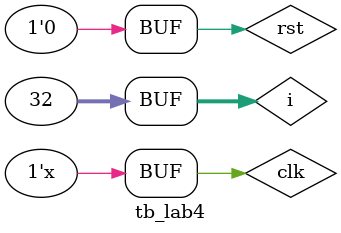
<source format=v>
`timescale 1ns / 1ps


module tb_lab4();
    
    reg [32-1:0] ain;
    reg [32-1:0] bin;
    reg [32-1:0] cin;
    reg rst;
    reg clk;
    wire [32-1:0] res;
    wire dvalid;
    
    //for test
    integer i;
    //random test vector generation
    initial begin
        clk<=0;
        rst<=0;
        for(i=0; i<32; i=i+1) begin
            ain = $urandom%(2**31);
            bin = $urandom%(2**31);
            cin = $urandom%(2**31);
            #20;
        end
    end 
    
    always #5 clk = ~clk;
    
    floating_point_MAC UUT(
        .aclk(clk),
        .aresetn(~rst),
        .s_axis_a_tvalid(1'b1),
        .s_axis_b_tvalid(1'b1),
        .s_axis_c_tvalid(1'b1),
        .s_axis_a_tdata(ain),
        .s_axis_b_tdata(bin),
        .s_axis_c_tdata(cin),
        .m_axis_result_tvalid(dvalid),
        .m_axis_result_tdata (res)
    );

endmodule

</source>
